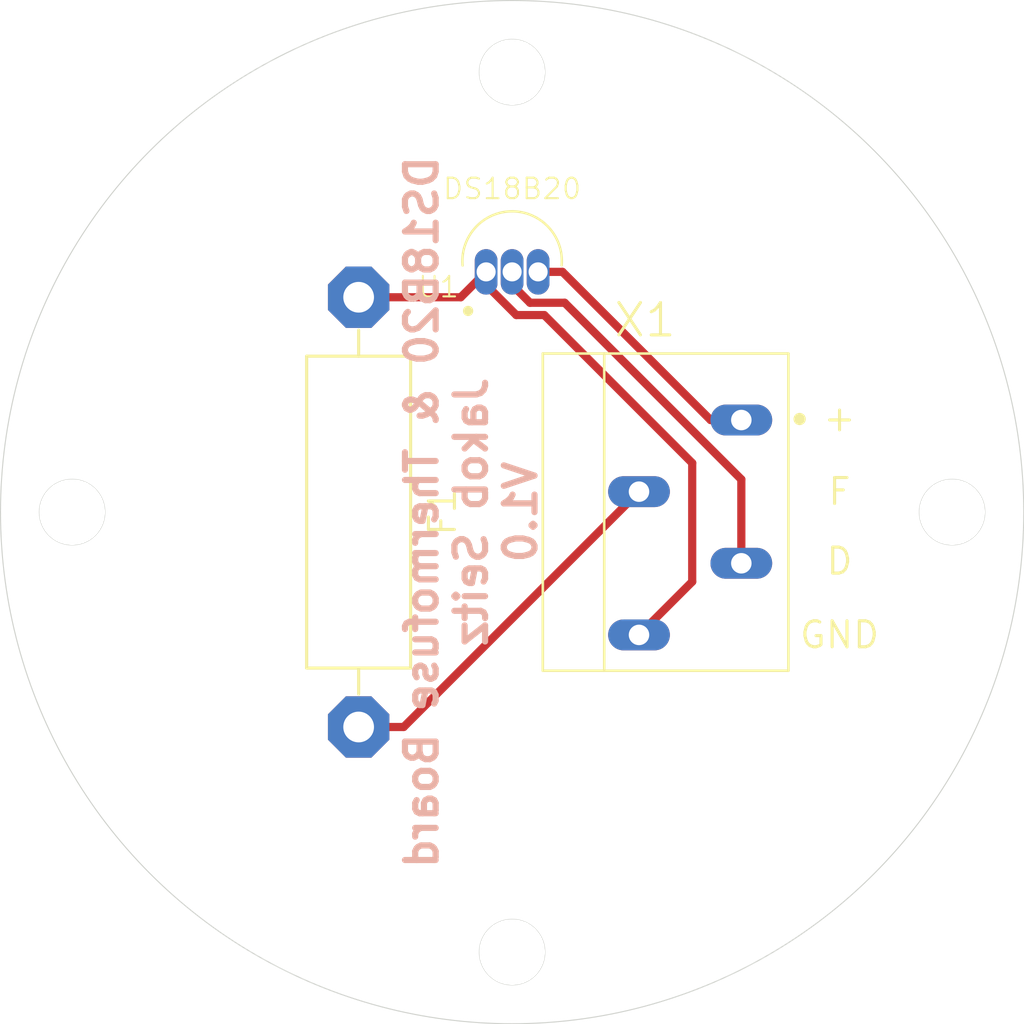
<source format=kicad_pcb>
(kicad_pcb (version 20240108) (generator "pcbnew") (generator_version "8.0")
  (layers (0 "F.Cu" signal) (31 "B.Cu" signal) (34 "B.Paste" user) (35 "F.Paste" user) (36 "B.SilkS" user "B.Silkscreen") (37 "F.SilkS" user "F.Silkscreen") (38 "B.Mask" user) (39 "F.Mask" user) (44 "Edge.Cuts" user))
  (net 0 "")
  (net 1 "Net-(U1-DQ)")
  (net 2 "+5V")
  (net 3 "GND")
  (net 4 "Net-(F1-Pad2)")
  (footprint "Snapeda:DS18B20_TO-92-TO92127P495H2044-3" (layer "F.Cu") (at 0 -12.5)
    (property "Reference" "U1" (at -3.6 1.5 0) (layer "F.SilkS") (effects (font (thickness 0.1))))
    (property "Value" "DS18B20" (at 0 -3.3 0) (layer "F.SilkS") (effects (font (thickness 0.1))))
    (fp_arc (start -2.42 0.45) (mid 0 -2.197917) (end 2.42 0.45) (stroke (width 0.12)) (layer "F.SilkS"))
    (fp_circle (center -2.15 2.67) (end -2.025 2.67) (stroke (width 0.25)) (fill none) (layer "F.SilkS"))
    (pad "1" thru_hole oval (at -1.27 0.76025) (size 1.11 2.22) (drill 0.93) (layers "*.Cu" "*.Mask") (net 3 "GND"))
    (pad "2" thru_hole oval (at 0 0.76025) (size 1.11 2.22) (drill 0.93) (layers "*.Cu" "*.Mask") (net 1 "Net-(U1-DQ)"))
    (pad "3" thru_hole oval (at 1.27 0.76025) (size 1.11 2.22) (drill 0.93) (layers "*.Cu" "*.Mask") (net 2 "+5V"))
  )
  (footprint "Snapeda:250-204_WAGO_250-204" (layer "F.Cu") (at 7.5 0)
    (property "Reference" "X1" (at -1.002655 -9.385625 0) (layer "F.SilkS") (effects (font (size 1.580732 1.580732))))
    (property "Value" "250-204")
    (fp_line (start -6 -7.75) (end -6 7.75) (stroke (width 0.127)) (layer "F.SilkS"))
    (fp_line (start -6 7.75) (end -3 7.75) (stroke (width 0.127)) (layer "F.SilkS"))
    (fp_line (start -3 -7.75) (end -6 -7.75) (stroke (width 0.127)) (layer "F.SilkS"))
    (fp_line (start -3 -7.75) (end -3 7.75) (stroke (width 0.127)) (layer "F.SilkS"))
    (fp_line (start -3 7.75) (end 6 7.75) (stroke (width 0.127)) (layer "F.SilkS"))
    (fp_line (start 6 -7.75) (end -3 -7.75) (stroke (width 0.127)) (layer "F.SilkS"))
    (fp_line (start 6 -7.75) (end 6 7.75) (stroke (width 0.127)) (layer "F.SilkS"))
    (fp_circle (center 6.55 -4.55) (end 6.7 -4.55) (stroke (width 0.3)) (fill none) (layer "F.SilkS"))
    (pad "P1" thru_hole oval (at 3.7 -4.5) (size 3.016 1.508) (drill 1) (layers "*.Cu" "*.Mask") (net 2 "+5V"))
    (pad "P2" thru_hole oval (at -1.3 -1) (size 3.016 1.508) (drill 1) (layers "*.Cu" "*.Mask") (net 4 "Net-(F1-Pad2)"))
    (pad "P3" thru_hole oval (at 3.7 2.5) (size 3.016 1.508) (drill 1) (layers "*.Cu" "*.Mask") (net 1 "Net-(U1-DQ)"))
    (pad "P4" thru_hole oval (at -1.3 6) (size 3.016 1.508) (drill 1) (layers "*.Cu" "*.Mask") (net 3 "GND"))
  )
  (footprint "MountingHole:MountingHole_3.2mm_M3" (layer "F.Cu") (at 0 -21.5)
    (property "Reference" "H1" (hide yes))
    (property "Value" "MountingHole" (hide yes))
    (pad "" np_thru_hole circle (at 0 0) (size 3.2 3.2) (drill 3.2) (layers "*.Cu" "*.Mask"))
  )
  (footprint "MountingHole:MountingHole_3.2mm_M3" (layer "F.Cu") (at -21.5 0)
    (property "Reference" "H3" (hide yes))
    (property "Value" "MountingHole" (hide yes))
    (pad "" np_thru_hole circle (at 0 0) (size 3.2 3.2) (drill 3.2) (layers "*.Cu" "*.Mask"))
  )
  (footprint "MountingHole:MountingHole_3.2mm_M3" (layer "F.Cu") (at 21.5 0)
    (property "Reference" "H2" (hide yes))
    (property "Value" "MountingHole" (hide yes))
    (pad "" np_thru_hole circle (at 0 0) (size 3.2 3.2) (drill 3.2) (layers "*.Cu" "*.Mask"))
  )
  (footprint "THERMOFUSE:THERMALFUSE" (layer "F.Cu") (at -7.5 0)
    (property "Reference" "F1" (at 4.1 0 90) (layer "F.SilkS") (effects (font (size 1.27 1.27))))
    (property "Value" "F145°C")
    (fp_line (start -2.54 -7.62) (end -2.54 7.62) (stroke (width 0.1524)) (layer "F.SilkS"))
    (fp_line (start -2.54 7.62) (end 0 7.62) (stroke (width 0.1524)) (layer "F.SilkS"))
    (fp_line (start 0 -7.62) (end -2.54 -7.62) (stroke (width 0.1524)) (layer "F.SilkS"))
    (fp_line (start 0 -7.62) (end 0 -8.89) (stroke (width 0.1524)) (layer "F.SilkS"))
    (fp_line (start 0 7.62) (end 0 8.89) (stroke (width 0.1524)) (layer "F.SilkS"))
    (fp_line (start 0 7.62) (end 2.54 7.62) (stroke (width 0.1524)) (layer "F.SilkS"))
    (fp_line (start 2.54 -7.62) (end 0 -7.62) (stroke (width 0.1524)) (layer "F.SilkS"))
    (fp_line (start 2.54 7.62) (end 2.54 -7.62) (stroke (width 0.1524)) (layer "F.SilkS"))
    (pad "1" thru_hole roundrect (at 0 -10.5) (size 3 3) (drill 1.5) (layers "*.Cu" "*.Mask") (chamfer_ratio 0.2928932188) (chamfer top_left top_right bottom_left bottom_right) (net 3 "GND"))
    (pad "2" thru_hole roundrect (at 0 10.5) (size 3 3) (drill 1.5) (layers "*.Cu" "*.Mask") (chamfer_ratio 0.2928932188) (chamfer top_left top_right bottom_left bottom_right) (net 4 "Net-(F1-Pad2)"))
  )
  (footprint "MountingHole:MountingHole_3.2mm_M3" (layer "F.Cu") (at 0 21.5)
    (property "Reference" "H4" (hide yes))
    (property "Value" "MountingHole" (hide yes))
    (pad "" np_thru_hole circle (at 0 0) (size 3.2 3.2) (drill 3.2) (layers "*.Cu" "*.Mask"))
  )
  (gr_circle (center 21.5 0) (end 23.1 0) (stroke (width 0.05)) (fill none) (layer "Edge.Cuts"))
  (gr_circle (center 0 -21.5) (end 1.6 -21.5) (stroke (width 0.05)) (fill none) (layer "Edge.Cuts"))
  (gr_circle (center 0 0) (end 25 0) (stroke (width 0.05)) (fill none) (layer "Edge.Cuts"))
  (gr_circle (center 0 21.5) (end 1.6 21.5) (stroke (width 0.05)) (fill none) (layer "Edge.Cuts"))
  (gr_circle (center -21.5 0) (end -19.9 0) (stroke (width 0.05)) (fill none) (layer "Edge.Cuts"))
  (gr_text "DS18B20 & Thermofuse Board\nJakob Seitz\nV1.0" (at -2 0 90) (layer "B.SilkS") (effects (font (size 1.5 1.5) (thickness 0.3) (bold yes)) (justify mirror)))
  (gr_text "F" (at 16 -1 0) (layer "F.SilkS") (effects (font (size 1.27 1.27))))
  (gr_text "GND" (at 16 6 0) (layer "F.SilkS") (effects (font (size 1.27 1.27))))
  (gr_text "+" (at 16 -4.6 0) (layer "F.SilkS") (effects (font (size 1.27 1.27))))
  (gr_text "D" (at 16 2.4 0) (layer "F.SilkS") (effects (font (size 1.27 1.27))))
  (segment (start 2.57025 -10.22975) (end 0.874426 -10.22975) (width 0.4) (layer "F.Cu") (net 1))
  (segment (start 0.874426 -10.22975) (end 0 -11.104176) (width 0.4) (layer "F.Cu") (net 1))
  (segment (start 11.2 2.5) (end 11.2 -1.6) (width 0.4) (layer "F.Cu") (net 1))
  (segment (start 11.2 -1.6) (end 2.57025 -10.22975) (width 0.4) (layer "F.Cu") (net 1))
  (segment (start 0 -11.104176) (end 0 -11.73975) (width 0.4) (layer "F.Cu") (net 1))
  (segment (start 2.46025 -11.73975) (end 9.7 -4.5) (width 0.4) (layer "F.Cu") (net 2))
  (segment (start 9.7 -4.5) (end 11.2 -4.5) (width 0.4) (layer "F.Cu") (net 2))
  (segment (start 1.27 -11.73975) (end 2.46025 -11.73975) (width 0.4) (layer "F.Cu") (net 2))
  (segment (start 8.8 3.4) (end 6.2 6) (width 0.4) (layer "F.Cu") (net 3))
  (segment (start 0.204426 -9.62975) (end 1.57025 -9.62975) (width 0.4) (layer "F.Cu") (net 3))
  (segment (start -7.5 -10.5) (end -2.50975 -10.5) (width 0.4) (layer "F.Cu") (net 3))
  (segment (start -1.27 -11.104176) (end 0.204426 -9.62975) (width 0.4) (layer "F.Cu") (net 3))
  (segment (start -1.27 -11.73975) (end -1.27 -11.104176) (width 0.4) (layer "F.Cu") (net 3))
  (segment (start 8.8 -2.4) (end 8.8 3.4) (width 0.4) (layer "F.Cu") (net 3))
  (segment (start 1.57025 -9.62975) (end 8.8 -2.4) (width 0.4) (layer "F.Cu") (net 3))
  (segment (start -2.50975 -10.5) (end -1.27 -11.73975) (width 0.4) (layer "F.Cu") (net 3))
  (segment (start -5.3 10.5) (end 6.2 -1) (width 0.4) (layer "F.Cu") (net 4))
  (segment (start -7.5 10.5) (end -5.3 10.5) (width 0.4) (layer "F.Cu") (net 4))
)
</source>
